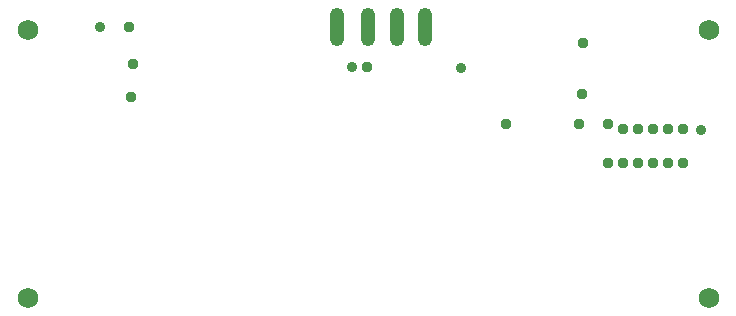
<source format=gbs>
G04*
G04 #@! TF.GenerationSoftware,Altium Limited,Altium Designer,20.1.14 (287)*
G04*
G04 Layer_Color=16711935*
%FSLAX25Y25*%
%MOIN*%
G70*
G04*
G04 #@! TF.SameCoordinates,41C541CE-8B16-402B-B8EC-46EACFEFE534*
G04*
G04*
G04 #@! TF.FilePolarity,Negative*
G04*
G01*
G75*
%ADD24O,0.04800X0.12800*%
%ADD29C,0.06800*%
%ADD30C,0.03700*%
%ADD31C,0.03600*%
D24*
X317000Y287000D02*
D03*
X346500D02*
D03*
X337000D02*
D03*
X327500D02*
D03*
D29*
X214000Y196500D02*
D03*
Y286000D02*
D03*
X441000Y196500D02*
D03*
Y286000D02*
D03*
D30*
X398811Y264500D02*
D03*
X327000Y273449D02*
D03*
X247750Y287000D02*
D03*
X407419Y241500D02*
D03*
X422419D02*
D03*
X407500Y254500D02*
D03*
X417419Y241500D02*
D03*
X432419D02*
D03*
X417500Y253000D02*
D03*
X432500D02*
D03*
X373500Y254748D02*
D03*
X412419Y241500D02*
D03*
X397919Y254500D02*
D03*
X427419Y241500D02*
D03*
X412500Y253000D02*
D03*
X422500D02*
D03*
X427500D02*
D03*
X248500Y263500D02*
D03*
X249098Y274500D02*
D03*
X399102Y281500D02*
D03*
D31*
X438366Y252740D02*
D03*
X358500Y273252D02*
D03*
X322000Y273449D02*
D03*
X238000Y287000D02*
D03*
M02*

</source>
